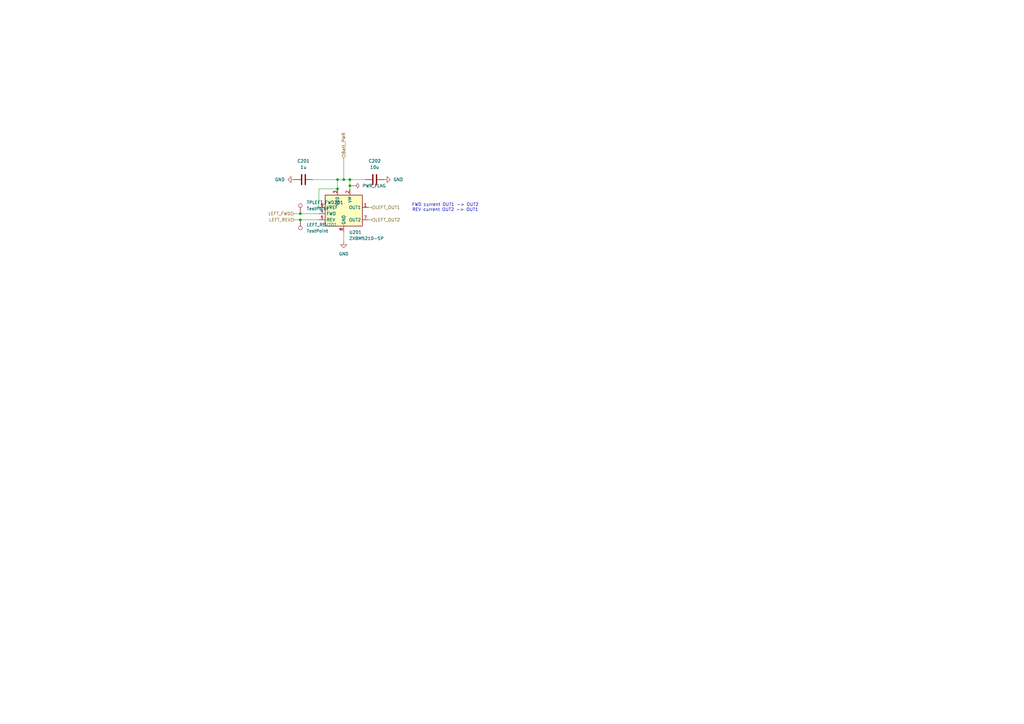
<source format=kicad_sch>
(kicad_sch (version 20231120) (generator "eeschema") (generator_version "8.0")
  (paper "A3")
  (lib_symbols
    (symbol "Connector:TestPoint" (pin_numbers hide) (pin_names (offset 0.762) hide)
      (property "Reference" "TP" (at 0 6.858 0))
      (property "Value" "TestPoint" (at 0 5.08 0))
      (symbol "TestPoint_0_1"
        (circle (center 0 3.302) (radius 0.762))
      )
      (symbol "TestPoint_1_1"
        (pin passive line (at 0 0 90) (length 2.54) (name "1") (number "1"))
      )
    )
    (symbol "Device:C" (pin_numbers hide) (pin_names (offset 0.254))
      (property "Reference" "C" (at 0.635 2.54 0))
      (property "Value" "C" (at 0.635 -2.54 0))
      (symbol "C_0_1"
        (polyline (pts (xy -2.032 -0.762) (xy 2.032 -0.762)) (stroke (width 0.508)))
        (polyline (pts (xy -2.032 0.762) (xy 2.032 0.762)) (stroke (width 0.508)))
      )
      (symbol "C_1_1"
        (pin passive line (at 0 3.81 270) (length 2.794) (name "~") (number "1"))
        (pin passive line (at 0 -3.81 90) (length 2.794) (name "~") (number "2"))
      )
    )
    (symbol "Driver_Motor:ZXBM5210-SP"
      (property "Reference" "U" (at -7.62 8.89 0))
      (property "Value" "ZXBM5210-SP" (at 10.16 8.89 0))
      (symbol "ZXBM5210-SP_0_0"
        (pin output line (at 10.16 2.54 180) (length 2.54) (name "OUT1") (number "1"))
        (pin power_in line (at 2.54 10.16 270) (length 2.54) (name "VM") (number "2"))
        (pin power_in line (at -2.54 10.16 270) (length 2.54) (name "VDD") (number "3"))
        (pin input line (at -10.16 0 0) (length 2.54) (name "FWD") (number "4"))
        (pin input line (at -10.16 -2.54 0) (length 2.54) (name "REV") (number "5"))
        (pin input line (at -10.16 2.54 0) (length 2.54) (name "VREF") (number "6"))
        (pin output line (at 10.16 -2.54 180) (length 2.54) (name "OUT2") (number "7"))
        (pin power_in line (at 0 -7.62 90) (length 2.54) (name "GND") (number "8"))
        (pin passive line (at 0 -7.62 90) (length 2.54) hide (name "GND") (number "9"))
      )
      (symbol "ZXBM5210-SP_0_1"
        (rectangle (start -7.62 7.62) (end 7.62 -5.08) (stroke (width 0.254)) (fill (type background)))
      )
    )
    (symbol "power:GND" (power) (pin_numbers hide) (pin_names (offset 0) hide)
      (property "Value" "GND" (at 0 -3.81 0))
      (symbol "GND_0_1"
        (polyline (pts (xy 0 0) (xy 0 -1.27) (xy 1.27 -1.27) (xy 0 -2.54) (xy -1.27 -1.27) (xy 0 -1.27)))
      )
      (symbol "GND_1_1"
        (pin power_in line (at 0 0 270) (length 0) (name "~") (number "1"))
      )
    )
    (symbol "power:PWR_FLAG" (power) (pin_numbers hide) (pin_names (offset 0) hide)
      (property "Value" "PWR_FLAG" (at 0 3.81 0))
      (symbol "PWR_FLAG_0_0"
        (pin power_out line (at 0 0 90) (length 0) (name "~") (number "1"))
      )
      (symbol "PWR_FLAG_0_1"
        (polyline (pts (xy 0 0) (xy 0 1.27) (xy -1.016 1.905) (xy 0 2.54) (xy 1.016 1.905) (xy 0 1.27)))
      )
    )
  )
  (junction (at 138.43 73.66))
  (junction (at 143.51 73.66))
  (junction (at 140.97 73.66))
  (junction (at 138.43 77.47))
  (junction (at 143.51 76.2))
  (junction (at 123.19 90.17))
  (junction (at 123.19 87.63))
  (wire (pts (xy 144.78 76.2) (xy 143.51 76.2)))
  (wire (pts (xy 130.81 85.09) (xy 130.81 77.47)))
  (wire (pts (xy 138.43 73.66) (xy 140.97 73.66)))
  (wire (pts (xy 123.19 87.63) (xy 130.81 87.63)))
  (wire (pts (xy 138.43 77.47) (xy 138.43 73.66)))
  (wire (pts (xy 120.65 90.17) (xy 123.19 90.17)))
  (wire (pts (xy 152.4 85.09) (xy 151.13 85.09)))
  (wire (pts (xy 152.4 90.17) (xy 151.13 90.17)))
  (wire (pts (xy 143.51 73.66) (xy 143.51 76.2)))
  (wire (pts (xy 130.81 77.47) (xy 138.43 77.47)))
  (wire (pts (xy 123.19 90.17) (xy 130.81 90.17)))
  (wire (pts (xy 149.86 73.66) (xy 143.51 73.66)))
  (wire (pts (xy 143.51 76.2) (xy 143.51 77.47)))
  (wire (pts (xy 140.97 95.25) (xy 140.97 99.06)))
  (wire (pts (xy 120.65 87.63) (xy 123.19 87.63)))
  (wire (pts (xy 138.43 73.66) (xy 128.27 73.66)))
  (wire (pts (xy 140.97 73.66) (xy 143.51 73.66)))
  (wire (pts (xy 140.97 73.66) (xy 140.97 64.77)))
  (text "FWD current OUT1 -> OUT2\nREV current OUT2 -> OUT1" (at 182.626 85.09 0) (effects (font (size 1.27 1.27))))
  (hierarchical_label "Batt_PWR" (shape input) (at 140.97 64.77 90))
  (hierarchical_label "LEFT_OUT2" (shape input) (at 152.4 90.17 0))
  (hierarchical_label "LEFT_FWD" (shape input) (at 120.65 87.63 180))
  (hierarchical_label "LEFT_REV" (shape input) (at 120.65 90.17 180))
  (hierarchical_label "LEFT_OUT1" (shape input) (at 152.4 85.09 0))
  (symbol (lib_id "Connector:TestPoint") (at 123.19 90.17 180) (unit 1)
    (property "Reference" "LEFT_REV201" (at 125.73 92.2019 0) (effects (justify right)))
    (property "Value" "TestPoint" (at 125.73 94.7419 0) (effects (justify right)))
    (property "Footprint" "TestPoint:TestPoint_Pad_D1.5mm" (effects (hide yes)))
    (property "Description" "test point" (effects (hide yes)))
  )
  (symbol (lib_id "power:GND") (at 157.48 73.66 90) (unit 1)
    (property "Reference" "#PWR0203" (effects (hide yes)))
    (property "Value" "GND" (at 161.29 73.6599 90) (effects (justify right)))
    (property "Description" "Power symbol creates a global label with name \"GND\" , ground" (effects (hide yes)))
  )
  (symbol (lib_id "Device:C") (at 124.46 73.66 90) (unit 1)
    (property "Reference" "C201" (at 124.46 66.04 90))
    (property "Value" "1u" (at 124.46 68.58 90))
    (property "Footprint" "Capacitor_SMD:C_0603_1608Metric" (effects (hide yes)))
    (property "Description" "Unpolarized capacitor" (effects (hide yes)))
  )
  (symbol (lib_id "Driver_Motor:ZXBM5210-SP") (at 140.97 87.63 0) (unit 1)
    (property "Reference" "U201" (at 143.1641 95.25 0) (effects (justify left)))
    (property "Value" "ZXBM5210-SP" (at 143.1641 97.79 0) (effects (justify left)))
    (property "Footprint" "Package_SO:Diodes_SO-8EP" (effects (hide yes)))
    (property "Datasheet" "https://www.diodes.com/assets/Datasheets/ZXBM5210.pdf" (effects (hide yes)))
    (property "Description" "Reversible DC motor drive with speed control, 3-18V, 0.85A, SOIC-8EP" (effects (hide yes)))
  )
  (symbol (lib_id "power:PWR_FLAG") (at 144.78 76.2 270) (unit 1)
    (property "Reference" "#FLG0201" (effects (hide yes)))
    (property "Value" "PWR_FLAG" (at 148.59 76.1999 90) (effects (justify left)))
    (property "Description" "Special symbol for telling ERC where power comes from" (effects (hide yes)))
  )
  (symbol (lib_id "power:GND") (at 120.65 73.66 270) (unit 1)
    (property "Reference" "#PWR0201" (effects (hide yes)))
    (property "Value" "GND" (at 116.84 73.6599 90) (effects (justify right)))
    (property "Description" "Power symbol creates a global label with name \"GND\" , ground" (effects (hide yes)))
  )
  (symbol (lib_id "Connector:TestPoint") (at 123.19 87.63 0) (unit 1)
    (property "Reference" "TPLEFT_FWD201" (at 125.73 83.0579 0) (effects (justify left)))
    (property "Value" "TestPoint" (at 125.73 85.5979 0) (effects (justify left)))
    (property "Footprint" "TestPoint:TestPoint_Pad_D1.5mm" (effects (hide yes)))
    (property "Description" "test point" (effects (hide yes)))
  )
  (symbol (lib_id "Device:C") (at 153.67 73.66 270) (unit 1)
    (property "Reference" "C202" (at 153.67 66.04 90))
    (property "Value" "10u" (at 153.67 68.58 90))
    (property "Footprint" "Capacitor_SMD:C_0603_1608Metric" (effects (hide yes)))
    (property "Description" "Unpolarized capacitor" (effects (hide yes)))
  )
  (symbol (lib_id "power:GND") (at 140.97 99.06 0) (unit 1)
    (property "Reference" "#PWR0202" (effects (hide yes)))
    (property "Value" "GND" (at 140.97 104.14 0))
    (property "Description" "Power symbol creates a global label with name \"GND\" , ground" (effects (hide yes)))
  )
)
</source>
